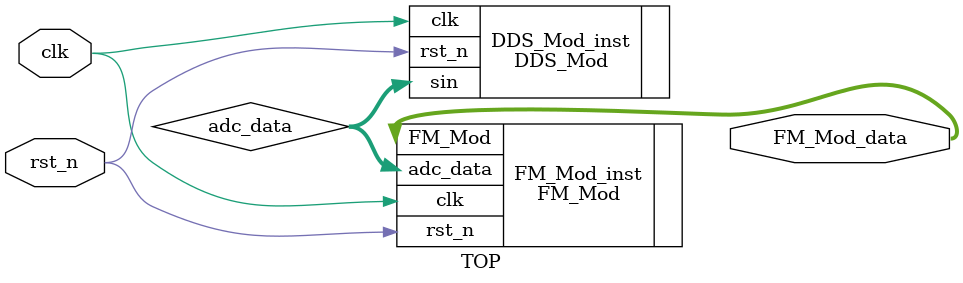
<source format=v>
`timescale 1ns / 1ps


module TOP(
    input			clk,
	input			rst_n,
    
    output         	[11:0]  FM_Mod_data
);

//----------------ADC-----------------//
wire    [11:0]  adc_data;

DDS_Mod         DDS_Mod_inst(
    .clk        (clk),
    .rst_n      (rst_n),
	.sin		(adc_data)
);
//------------------------------------//

//---------------FMµ÷ÖÆ----------------//
FM_Mod          FM_Mod_inst(
	.clk        (clk),
	.rst_n      (rst_n),
	.adc_data   (adc_data),
	.FM_Mod     (FM_Mod_data)
);


endmodule

</source>
